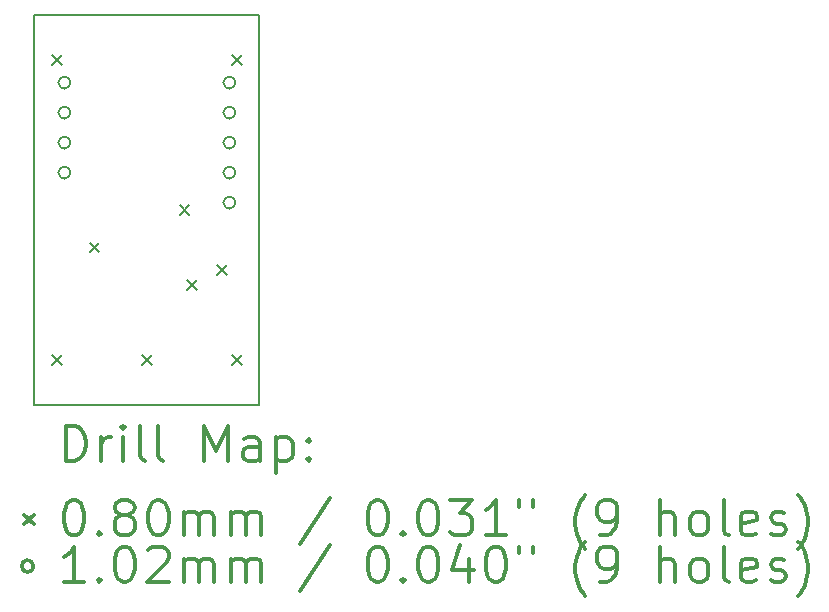
<source format=gbr>
%FSLAX45Y45*%
G04 Gerber Fmt 4.5, Leading zero omitted, Abs format (unit mm)*
G04 Created by KiCad (PCBNEW 4.0.1-2.fc23-product) date Tue 22 Mar 2016 11:12:16 PM CET*
%MOMM*%
G01*
G04 APERTURE LIST*
%ADD10C,0.127000*%
%ADD11C,0.150000*%
%ADD12C,0.200000*%
%ADD13C,0.300000*%
G04 APERTURE END LIST*
D10*
D11*
X14605000Y-9398000D02*
X12700000Y-9398000D01*
X12700000Y-12700000D02*
X14605000Y-12700000D01*
X12700000Y-9398000D02*
X12700000Y-12700000D01*
X14605000Y-12700000D02*
X14605000Y-9398000D01*
D12*
X12850500Y-9739000D02*
X12930500Y-9819000D01*
X12930500Y-9739000D02*
X12850500Y-9819000D01*
X12850500Y-12279000D02*
X12930500Y-12359000D01*
X12930500Y-12279000D02*
X12850500Y-12359000D01*
X13168000Y-11326500D02*
X13248000Y-11406500D01*
X13248000Y-11326500D02*
X13168000Y-11406500D01*
X13612500Y-12279000D02*
X13692500Y-12359000D01*
X13692500Y-12279000D02*
X13612500Y-12359000D01*
X13930000Y-11009000D02*
X14010000Y-11089000D01*
X14010000Y-11009000D02*
X13930000Y-11089000D01*
X13993500Y-11644000D02*
X14073500Y-11724000D01*
X14073500Y-11644000D02*
X13993500Y-11724000D01*
X14247500Y-11517000D02*
X14327500Y-11597000D01*
X14327500Y-11517000D02*
X14247500Y-11597000D01*
X14374500Y-9739000D02*
X14454500Y-9819000D01*
X14454500Y-9739000D02*
X14374500Y-9819000D01*
X14374500Y-12279000D02*
X14454500Y-12359000D01*
X14454500Y-12279000D02*
X14374500Y-12359000D01*
X13004800Y-9969500D02*
G75*
G03X13004800Y-9969500I-50800J0D01*
G01*
X13004800Y-10223500D02*
G75*
G03X13004800Y-10223500I-50800J0D01*
G01*
X13004800Y-10477500D02*
G75*
G03X13004800Y-10477500I-50800J0D01*
G01*
X13004800Y-10731500D02*
G75*
G03X13004800Y-10731500I-50800J0D01*
G01*
X14401800Y-9969500D02*
G75*
G03X14401800Y-9969500I-50800J0D01*
G01*
X14401800Y-10223500D02*
G75*
G03X14401800Y-10223500I-50800J0D01*
G01*
X14401800Y-10477500D02*
G75*
G03X14401800Y-10477500I-50800J0D01*
G01*
X14401800Y-10731500D02*
G75*
G03X14401800Y-10731500I-50800J0D01*
G01*
X14401800Y-10985500D02*
G75*
G03X14401800Y-10985500I-50800J0D01*
G01*
D13*
X12963928Y-13173214D02*
X12963928Y-12873214D01*
X13035357Y-12873214D01*
X13078214Y-12887500D01*
X13106786Y-12916071D01*
X13121071Y-12944643D01*
X13135357Y-13001786D01*
X13135357Y-13044643D01*
X13121071Y-13101786D01*
X13106786Y-13130357D01*
X13078214Y-13158929D01*
X13035357Y-13173214D01*
X12963928Y-13173214D01*
X13263928Y-13173214D02*
X13263928Y-12973214D01*
X13263928Y-13030357D02*
X13278214Y-13001786D01*
X13292500Y-12987500D01*
X13321071Y-12973214D01*
X13349643Y-12973214D01*
X13449643Y-13173214D02*
X13449643Y-12973214D01*
X13449643Y-12873214D02*
X13435357Y-12887500D01*
X13449643Y-12901786D01*
X13463928Y-12887500D01*
X13449643Y-12873214D01*
X13449643Y-12901786D01*
X13635357Y-13173214D02*
X13606786Y-13158929D01*
X13592500Y-13130357D01*
X13592500Y-12873214D01*
X13792500Y-13173214D02*
X13763928Y-13158929D01*
X13749643Y-13130357D01*
X13749643Y-12873214D01*
X14135357Y-13173214D02*
X14135357Y-12873214D01*
X14235357Y-13087500D01*
X14335357Y-12873214D01*
X14335357Y-13173214D01*
X14606786Y-13173214D02*
X14606786Y-13016071D01*
X14592500Y-12987500D01*
X14563928Y-12973214D01*
X14506786Y-12973214D01*
X14478214Y-12987500D01*
X14606786Y-13158929D02*
X14578214Y-13173214D01*
X14506786Y-13173214D01*
X14478214Y-13158929D01*
X14463928Y-13130357D01*
X14463928Y-13101786D01*
X14478214Y-13073214D01*
X14506786Y-13058929D01*
X14578214Y-13058929D01*
X14606786Y-13044643D01*
X14749643Y-12973214D02*
X14749643Y-13273214D01*
X14749643Y-12987500D02*
X14778214Y-12973214D01*
X14835357Y-12973214D01*
X14863928Y-12987500D01*
X14878214Y-13001786D01*
X14892500Y-13030357D01*
X14892500Y-13116071D01*
X14878214Y-13144643D01*
X14863928Y-13158929D01*
X14835357Y-13173214D01*
X14778214Y-13173214D01*
X14749643Y-13158929D01*
X15021071Y-13144643D02*
X15035357Y-13158929D01*
X15021071Y-13173214D01*
X15006786Y-13158929D01*
X15021071Y-13144643D01*
X15021071Y-13173214D01*
X15021071Y-12987500D02*
X15035357Y-13001786D01*
X15021071Y-13016071D01*
X15006786Y-13001786D01*
X15021071Y-12987500D01*
X15021071Y-13016071D01*
X12612500Y-13627500D02*
X12692500Y-13707500D01*
X12692500Y-13627500D02*
X12612500Y-13707500D01*
X13021071Y-13503214D02*
X13049643Y-13503214D01*
X13078214Y-13517500D01*
X13092500Y-13531786D01*
X13106786Y-13560357D01*
X13121071Y-13617500D01*
X13121071Y-13688929D01*
X13106786Y-13746071D01*
X13092500Y-13774643D01*
X13078214Y-13788929D01*
X13049643Y-13803214D01*
X13021071Y-13803214D01*
X12992500Y-13788929D01*
X12978214Y-13774643D01*
X12963928Y-13746071D01*
X12949643Y-13688929D01*
X12949643Y-13617500D01*
X12963928Y-13560357D01*
X12978214Y-13531786D01*
X12992500Y-13517500D01*
X13021071Y-13503214D01*
X13249643Y-13774643D02*
X13263928Y-13788929D01*
X13249643Y-13803214D01*
X13235357Y-13788929D01*
X13249643Y-13774643D01*
X13249643Y-13803214D01*
X13435357Y-13631786D02*
X13406786Y-13617500D01*
X13392500Y-13603214D01*
X13378214Y-13574643D01*
X13378214Y-13560357D01*
X13392500Y-13531786D01*
X13406786Y-13517500D01*
X13435357Y-13503214D01*
X13492500Y-13503214D01*
X13521071Y-13517500D01*
X13535357Y-13531786D01*
X13549643Y-13560357D01*
X13549643Y-13574643D01*
X13535357Y-13603214D01*
X13521071Y-13617500D01*
X13492500Y-13631786D01*
X13435357Y-13631786D01*
X13406786Y-13646071D01*
X13392500Y-13660357D01*
X13378214Y-13688929D01*
X13378214Y-13746071D01*
X13392500Y-13774643D01*
X13406786Y-13788929D01*
X13435357Y-13803214D01*
X13492500Y-13803214D01*
X13521071Y-13788929D01*
X13535357Y-13774643D01*
X13549643Y-13746071D01*
X13549643Y-13688929D01*
X13535357Y-13660357D01*
X13521071Y-13646071D01*
X13492500Y-13631786D01*
X13735357Y-13503214D02*
X13763928Y-13503214D01*
X13792500Y-13517500D01*
X13806786Y-13531786D01*
X13821071Y-13560357D01*
X13835357Y-13617500D01*
X13835357Y-13688929D01*
X13821071Y-13746071D01*
X13806786Y-13774643D01*
X13792500Y-13788929D01*
X13763928Y-13803214D01*
X13735357Y-13803214D01*
X13706786Y-13788929D01*
X13692500Y-13774643D01*
X13678214Y-13746071D01*
X13663928Y-13688929D01*
X13663928Y-13617500D01*
X13678214Y-13560357D01*
X13692500Y-13531786D01*
X13706786Y-13517500D01*
X13735357Y-13503214D01*
X13963928Y-13803214D02*
X13963928Y-13603214D01*
X13963928Y-13631786D02*
X13978214Y-13617500D01*
X14006786Y-13603214D01*
X14049643Y-13603214D01*
X14078214Y-13617500D01*
X14092500Y-13646071D01*
X14092500Y-13803214D01*
X14092500Y-13646071D02*
X14106786Y-13617500D01*
X14135357Y-13603214D01*
X14178214Y-13603214D01*
X14206786Y-13617500D01*
X14221071Y-13646071D01*
X14221071Y-13803214D01*
X14363928Y-13803214D02*
X14363928Y-13603214D01*
X14363928Y-13631786D02*
X14378214Y-13617500D01*
X14406786Y-13603214D01*
X14449643Y-13603214D01*
X14478214Y-13617500D01*
X14492500Y-13646071D01*
X14492500Y-13803214D01*
X14492500Y-13646071D02*
X14506786Y-13617500D01*
X14535357Y-13603214D01*
X14578214Y-13603214D01*
X14606786Y-13617500D01*
X14621071Y-13646071D01*
X14621071Y-13803214D01*
X15206786Y-13488929D02*
X14949643Y-13874643D01*
X15592500Y-13503214D02*
X15621071Y-13503214D01*
X15649643Y-13517500D01*
X15663928Y-13531786D01*
X15678214Y-13560357D01*
X15692500Y-13617500D01*
X15692500Y-13688929D01*
X15678214Y-13746071D01*
X15663928Y-13774643D01*
X15649643Y-13788929D01*
X15621071Y-13803214D01*
X15592500Y-13803214D01*
X15563928Y-13788929D01*
X15549643Y-13774643D01*
X15535357Y-13746071D01*
X15521071Y-13688929D01*
X15521071Y-13617500D01*
X15535357Y-13560357D01*
X15549643Y-13531786D01*
X15563928Y-13517500D01*
X15592500Y-13503214D01*
X15821071Y-13774643D02*
X15835357Y-13788929D01*
X15821071Y-13803214D01*
X15806786Y-13788929D01*
X15821071Y-13774643D01*
X15821071Y-13803214D01*
X16021071Y-13503214D02*
X16049643Y-13503214D01*
X16078214Y-13517500D01*
X16092500Y-13531786D01*
X16106785Y-13560357D01*
X16121071Y-13617500D01*
X16121071Y-13688929D01*
X16106785Y-13746071D01*
X16092500Y-13774643D01*
X16078214Y-13788929D01*
X16049643Y-13803214D01*
X16021071Y-13803214D01*
X15992500Y-13788929D01*
X15978214Y-13774643D01*
X15963928Y-13746071D01*
X15949643Y-13688929D01*
X15949643Y-13617500D01*
X15963928Y-13560357D01*
X15978214Y-13531786D01*
X15992500Y-13517500D01*
X16021071Y-13503214D01*
X16221071Y-13503214D02*
X16406785Y-13503214D01*
X16306785Y-13617500D01*
X16349643Y-13617500D01*
X16378214Y-13631786D01*
X16392500Y-13646071D01*
X16406785Y-13674643D01*
X16406785Y-13746071D01*
X16392500Y-13774643D01*
X16378214Y-13788929D01*
X16349643Y-13803214D01*
X16263928Y-13803214D01*
X16235357Y-13788929D01*
X16221071Y-13774643D01*
X16692500Y-13803214D02*
X16521071Y-13803214D01*
X16606785Y-13803214D02*
X16606785Y-13503214D01*
X16578214Y-13546071D01*
X16549643Y-13574643D01*
X16521071Y-13588929D01*
X16806786Y-13503214D02*
X16806786Y-13560357D01*
X16921071Y-13503214D02*
X16921071Y-13560357D01*
X17363928Y-13917500D02*
X17349643Y-13903214D01*
X17321071Y-13860357D01*
X17306786Y-13831786D01*
X17292500Y-13788929D01*
X17278214Y-13717500D01*
X17278214Y-13660357D01*
X17292500Y-13588929D01*
X17306786Y-13546071D01*
X17321071Y-13517500D01*
X17349643Y-13474643D01*
X17363928Y-13460357D01*
X17492500Y-13803214D02*
X17549643Y-13803214D01*
X17578214Y-13788929D01*
X17592500Y-13774643D01*
X17621071Y-13731786D01*
X17635357Y-13674643D01*
X17635357Y-13560357D01*
X17621071Y-13531786D01*
X17606786Y-13517500D01*
X17578214Y-13503214D01*
X17521071Y-13503214D01*
X17492500Y-13517500D01*
X17478214Y-13531786D01*
X17463928Y-13560357D01*
X17463928Y-13631786D01*
X17478214Y-13660357D01*
X17492500Y-13674643D01*
X17521071Y-13688929D01*
X17578214Y-13688929D01*
X17606786Y-13674643D01*
X17621071Y-13660357D01*
X17635357Y-13631786D01*
X17992500Y-13803214D02*
X17992500Y-13503214D01*
X18121071Y-13803214D02*
X18121071Y-13646071D01*
X18106786Y-13617500D01*
X18078214Y-13603214D01*
X18035357Y-13603214D01*
X18006786Y-13617500D01*
X17992500Y-13631786D01*
X18306786Y-13803214D02*
X18278214Y-13788929D01*
X18263928Y-13774643D01*
X18249643Y-13746071D01*
X18249643Y-13660357D01*
X18263928Y-13631786D01*
X18278214Y-13617500D01*
X18306786Y-13603214D01*
X18349643Y-13603214D01*
X18378214Y-13617500D01*
X18392500Y-13631786D01*
X18406786Y-13660357D01*
X18406786Y-13746071D01*
X18392500Y-13774643D01*
X18378214Y-13788929D01*
X18349643Y-13803214D01*
X18306786Y-13803214D01*
X18578214Y-13803214D02*
X18549643Y-13788929D01*
X18535357Y-13760357D01*
X18535357Y-13503214D01*
X18806786Y-13788929D02*
X18778214Y-13803214D01*
X18721071Y-13803214D01*
X18692500Y-13788929D01*
X18678214Y-13760357D01*
X18678214Y-13646071D01*
X18692500Y-13617500D01*
X18721071Y-13603214D01*
X18778214Y-13603214D01*
X18806786Y-13617500D01*
X18821071Y-13646071D01*
X18821071Y-13674643D01*
X18678214Y-13703214D01*
X18935357Y-13788929D02*
X18963929Y-13803214D01*
X19021071Y-13803214D01*
X19049643Y-13788929D01*
X19063929Y-13760357D01*
X19063929Y-13746071D01*
X19049643Y-13717500D01*
X19021071Y-13703214D01*
X18978214Y-13703214D01*
X18949643Y-13688929D01*
X18935357Y-13660357D01*
X18935357Y-13646071D01*
X18949643Y-13617500D01*
X18978214Y-13603214D01*
X19021071Y-13603214D01*
X19049643Y-13617500D01*
X19163928Y-13917500D02*
X19178214Y-13903214D01*
X19206786Y-13860357D01*
X19221071Y-13831786D01*
X19235357Y-13788929D01*
X19249643Y-13717500D01*
X19249643Y-13660357D01*
X19235357Y-13588929D01*
X19221071Y-13546071D01*
X19206786Y-13517500D01*
X19178214Y-13474643D01*
X19163928Y-13460357D01*
X12692500Y-14063500D02*
G75*
G03X12692500Y-14063500I-50800J0D01*
G01*
X13121071Y-14199214D02*
X12949643Y-14199214D01*
X13035357Y-14199214D02*
X13035357Y-13899214D01*
X13006786Y-13942071D01*
X12978214Y-13970643D01*
X12949643Y-13984929D01*
X13249643Y-14170643D02*
X13263928Y-14184929D01*
X13249643Y-14199214D01*
X13235357Y-14184929D01*
X13249643Y-14170643D01*
X13249643Y-14199214D01*
X13449643Y-13899214D02*
X13478214Y-13899214D01*
X13506786Y-13913500D01*
X13521071Y-13927786D01*
X13535357Y-13956357D01*
X13549643Y-14013500D01*
X13549643Y-14084929D01*
X13535357Y-14142071D01*
X13521071Y-14170643D01*
X13506786Y-14184929D01*
X13478214Y-14199214D01*
X13449643Y-14199214D01*
X13421071Y-14184929D01*
X13406786Y-14170643D01*
X13392500Y-14142071D01*
X13378214Y-14084929D01*
X13378214Y-14013500D01*
X13392500Y-13956357D01*
X13406786Y-13927786D01*
X13421071Y-13913500D01*
X13449643Y-13899214D01*
X13663928Y-13927786D02*
X13678214Y-13913500D01*
X13706786Y-13899214D01*
X13778214Y-13899214D01*
X13806786Y-13913500D01*
X13821071Y-13927786D01*
X13835357Y-13956357D01*
X13835357Y-13984929D01*
X13821071Y-14027786D01*
X13649643Y-14199214D01*
X13835357Y-14199214D01*
X13963928Y-14199214D02*
X13963928Y-13999214D01*
X13963928Y-14027786D02*
X13978214Y-14013500D01*
X14006786Y-13999214D01*
X14049643Y-13999214D01*
X14078214Y-14013500D01*
X14092500Y-14042071D01*
X14092500Y-14199214D01*
X14092500Y-14042071D02*
X14106786Y-14013500D01*
X14135357Y-13999214D01*
X14178214Y-13999214D01*
X14206786Y-14013500D01*
X14221071Y-14042071D01*
X14221071Y-14199214D01*
X14363928Y-14199214D02*
X14363928Y-13999214D01*
X14363928Y-14027786D02*
X14378214Y-14013500D01*
X14406786Y-13999214D01*
X14449643Y-13999214D01*
X14478214Y-14013500D01*
X14492500Y-14042071D01*
X14492500Y-14199214D01*
X14492500Y-14042071D02*
X14506786Y-14013500D01*
X14535357Y-13999214D01*
X14578214Y-13999214D01*
X14606786Y-14013500D01*
X14621071Y-14042071D01*
X14621071Y-14199214D01*
X15206786Y-13884929D02*
X14949643Y-14270643D01*
X15592500Y-13899214D02*
X15621071Y-13899214D01*
X15649643Y-13913500D01*
X15663928Y-13927786D01*
X15678214Y-13956357D01*
X15692500Y-14013500D01*
X15692500Y-14084929D01*
X15678214Y-14142071D01*
X15663928Y-14170643D01*
X15649643Y-14184929D01*
X15621071Y-14199214D01*
X15592500Y-14199214D01*
X15563928Y-14184929D01*
X15549643Y-14170643D01*
X15535357Y-14142071D01*
X15521071Y-14084929D01*
X15521071Y-14013500D01*
X15535357Y-13956357D01*
X15549643Y-13927786D01*
X15563928Y-13913500D01*
X15592500Y-13899214D01*
X15821071Y-14170643D02*
X15835357Y-14184929D01*
X15821071Y-14199214D01*
X15806786Y-14184929D01*
X15821071Y-14170643D01*
X15821071Y-14199214D01*
X16021071Y-13899214D02*
X16049643Y-13899214D01*
X16078214Y-13913500D01*
X16092500Y-13927786D01*
X16106785Y-13956357D01*
X16121071Y-14013500D01*
X16121071Y-14084929D01*
X16106785Y-14142071D01*
X16092500Y-14170643D01*
X16078214Y-14184929D01*
X16049643Y-14199214D01*
X16021071Y-14199214D01*
X15992500Y-14184929D01*
X15978214Y-14170643D01*
X15963928Y-14142071D01*
X15949643Y-14084929D01*
X15949643Y-14013500D01*
X15963928Y-13956357D01*
X15978214Y-13927786D01*
X15992500Y-13913500D01*
X16021071Y-13899214D01*
X16378214Y-13999214D02*
X16378214Y-14199214D01*
X16306785Y-13884929D02*
X16235357Y-14099214D01*
X16421071Y-14099214D01*
X16592500Y-13899214D02*
X16621071Y-13899214D01*
X16649643Y-13913500D01*
X16663928Y-13927786D01*
X16678214Y-13956357D01*
X16692500Y-14013500D01*
X16692500Y-14084929D01*
X16678214Y-14142071D01*
X16663928Y-14170643D01*
X16649643Y-14184929D01*
X16621071Y-14199214D01*
X16592500Y-14199214D01*
X16563928Y-14184929D01*
X16549643Y-14170643D01*
X16535357Y-14142071D01*
X16521071Y-14084929D01*
X16521071Y-14013500D01*
X16535357Y-13956357D01*
X16549643Y-13927786D01*
X16563928Y-13913500D01*
X16592500Y-13899214D01*
X16806786Y-13899214D02*
X16806786Y-13956357D01*
X16921071Y-13899214D02*
X16921071Y-13956357D01*
X17363928Y-14313500D02*
X17349643Y-14299214D01*
X17321071Y-14256357D01*
X17306786Y-14227786D01*
X17292500Y-14184929D01*
X17278214Y-14113500D01*
X17278214Y-14056357D01*
X17292500Y-13984929D01*
X17306786Y-13942071D01*
X17321071Y-13913500D01*
X17349643Y-13870643D01*
X17363928Y-13856357D01*
X17492500Y-14199214D02*
X17549643Y-14199214D01*
X17578214Y-14184929D01*
X17592500Y-14170643D01*
X17621071Y-14127786D01*
X17635357Y-14070643D01*
X17635357Y-13956357D01*
X17621071Y-13927786D01*
X17606786Y-13913500D01*
X17578214Y-13899214D01*
X17521071Y-13899214D01*
X17492500Y-13913500D01*
X17478214Y-13927786D01*
X17463928Y-13956357D01*
X17463928Y-14027786D01*
X17478214Y-14056357D01*
X17492500Y-14070643D01*
X17521071Y-14084929D01*
X17578214Y-14084929D01*
X17606786Y-14070643D01*
X17621071Y-14056357D01*
X17635357Y-14027786D01*
X17992500Y-14199214D02*
X17992500Y-13899214D01*
X18121071Y-14199214D02*
X18121071Y-14042071D01*
X18106786Y-14013500D01*
X18078214Y-13999214D01*
X18035357Y-13999214D01*
X18006786Y-14013500D01*
X17992500Y-14027786D01*
X18306786Y-14199214D02*
X18278214Y-14184929D01*
X18263928Y-14170643D01*
X18249643Y-14142071D01*
X18249643Y-14056357D01*
X18263928Y-14027786D01*
X18278214Y-14013500D01*
X18306786Y-13999214D01*
X18349643Y-13999214D01*
X18378214Y-14013500D01*
X18392500Y-14027786D01*
X18406786Y-14056357D01*
X18406786Y-14142071D01*
X18392500Y-14170643D01*
X18378214Y-14184929D01*
X18349643Y-14199214D01*
X18306786Y-14199214D01*
X18578214Y-14199214D02*
X18549643Y-14184929D01*
X18535357Y-14156357D01*
X18535357Y-13899214D01*
X18806786Y-14184929D02*
X18778214Y-14199214D01*
X18721071Y-14199214D01*
X18692500Y-14184929D01*
X18678214Y-14156357D01*
X18678214Y-14042071D01*
X18692500Y-14013500D01*
X18721071Y-13999214D01*
X18778214Y-13999214D01*
X18806786Y-14013500D01*
X18821071Y-14042071D01*
X18821071Y-14070643D01*
X18678214Y-14099214D01*
X18935357Y-14184929D02*
X18963929Y-14199214D01*
X19021071Y-14199214D01*
X19049643Y-14184929D01*
X19063929Y-14156357D01*
X19063929Y-14142071D01*
X19049643Y-14113500D01*
X19021071Y-14099214D01*
X18978214Y-14099214D01*
X18949643Y-14084929D01*
X18935357Y-14056357D01*
X18935357Y-14042071D01*
X18949643Y-14013500D01*
X18978214Y-13999214D01*
X19021071Y-13999214D01*
X19049643Y-14013500D01*
X19163928Y-14313500D02*
X19178214Y-14299214D01*
X19206786Y-14256357D01*
X19221071Y-14227786D01*
X19235357Y-14184929D01*
X19249643Y-14113500D01*
X19249643Y-14056357D01*
X19235357Y-13984929D01*
X19221071Y-13942071D01*
X19206786Y-13913500D01*
X19178214Y-13870643D01*
X19163928Y-13856357D01*
M02*

</source>
